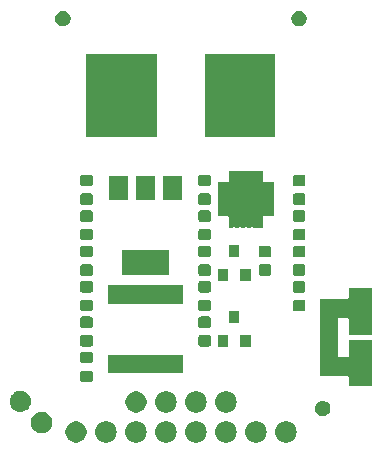
<source format=gts>
G04 #@! TF.GenerationSoftware,KiCad,Pcbnew,5.0.2+dfsg1-1*
G04 #@! TF.CreationDate,2020-07-05T13:54:42+02:00*
G04 #@! TF.ProjectId,edgedriver,65646765-6472-4697-9665-722e6b696361,rev?*
G04 #@! TF.SameCoordinates,Original*
G04 #@! TF.FileFunction,Soldermask,Top*
G04 #@! TF.FilePolarity,Negative*
%FSLAX46Y46*%
G04 Gerber Fmt 4.6, Leading zero omitted, Abs format (unit mm)*
G04 Created by KiCad (PCBNEW 5.0.2+dfsg1-1) date Sun Jul  5 13:54:42 2020*
%MOMM*%
%LPD*%
G01*
G04 APERTURE LIST*
%ADD10C,0.100000*%
G04 APERTURE END LIST*
D10*
G36*
X9000442Y894482D02*
X9066627Y887963D01*
X9179853Y853616D01*
X9236467Y836443D01*
X9375087Y762348D01*
X9392991Y752778D01*
X9428729Y723448D01*
X9530186Y640186D01*
X9613448Y538729D01*
X9642778Y502991D01*
X9642779Y502989D01*
X9726443Y346467D01*
X9726443Y346466D01*
X9777963Y176627D01*
X9795359Y0D01*
X9777963Y-176627D01*
X9751819Y-262812D01*
X9726443Y-346467D01*
X9683513Y-426782D01*
X9642778Y-502991D01*
X9613448Y-538729D01*
X9530186Y-640186D01*
X9457480Y-699853D01*
X9392991Y-752778D01*
X9392989Y-752779D01*
X9236467Y-836443D01*
X9179853Y-853616D01*
X9066627Y-887963D01*
X9000442Y-894482D01*
X8934260Y-901000D01*
X8845740Y-901000D01*
X8779558Y-894482D01*
X8713373Y-887963D01*
X8600147Y-853616D01*
X8543533Y-836443D01*
X8387011Y-752779D01*
X8387009Y-752778D01*
X8322520Y-699853D01*
X8249814Y-640186D01*
X8166552Y-538729D01*
X8137222Y-502991D01*
X8096487Y-426782D01*
X8053557Y-346467D01*
X8028181Y-262812D01*
X8002037Y-176627D01*
X7984641Y0D01*
X8002037Y176627D01*
X8053557Y346466D01*
X8053557Y346467D01*
X8137221Y502989D01*
X8137222Y502991D01*
X8166552Y538729D01*
X8249814Y640186D01*
X8351271Y723448D01*
X8387009Y752778D01*
X8404913Y762348D01*
X8543533Y836443D01*
X8600147Y853616D01*
X8713373Y887963D01*
X8779558Y894482D01*
X8845740Y901000D01*
X8934260Y901000D01*
X9000442Y894482D01*
X9000442Y894482D01*
G37*
G36*
X6460442Y894482D02*
X6526627Y887963D01*
X6639853Y853616D01*
X6696467Y836443D01*
X6835087Y762348D01*
X6852991Y752778D01*
X6888729Y723448D01*
X6990186Y640186D01*
X7073448Y538729D01*
X7102778Y502991D01*
X7102779Y502989D01*
X7186443Y346467D01*
X7186443Y346466D01*
X7237963Y176627D01*
X7255359Y0D01*
X7237963Y-176627D01*
X7211819Y-262812D01*
X7186443Y-346467D01*
X7143513Y-426782D01*
X7102778Y-502991D01*
X7073448Y-538729D01*
X6990186Y-640186D01*
X6917480Y-699853D01*
X6852991Y-752778D01*
X6852989Y-752779D01*
X6696467Y-836443D01*
X6639853Y-853616D01*
X6526627Y-887963D01*
X6460442Y-894482D01*
X6394260Y-901000D01*
X6305740Y-901000D01*
X6239558Y-894482D01*
X6173373Y-887963D01*
X6060147Y-853616D01*
X6003533Y-836443D01*
X5847011Y-752779D01*
X5847009Y-752778D01*
X5782520Y-699853D01*
X5709814Y-640186D01*
X5626552Y-538729D01*
X5597222Y-502991D01*
X5556487Y-426782D01*
X5513557Y-346467D01*
X5488181Y-262812D01*
X5462037Y-176627D01*
X5444641Y0D01*
X5462037Y176627D01*
X5513557Y346466D01*
X5513557Y346467D01*
X5597221Y502989D01*
X5597222Y502991D01*
X5626552Y538729D01*
X5709814Y640186D01*
X5811271Y723448D01*
X5847009Y752778D01*
X5864913Y762348D01*
X6003533Y836443D01*
X6060147Y853616D01*
X6173373Y887963D01*
X6239558Y894482D01*
X6305740Y901000D01*
X6394260Y901000D01*
X6460442Y894482D01*
X6460442Y894482D01*
G37*
G36*
X-8627188Y866376D02*
X-8463216Y798456D01*
X-8315646Y699853D01*
X-8190147Y574354D01*
X-8091544Y426784D01*
X-8023624Y262812D01*
X-7989000Y88741D01*
X-7989000Y-88741D01*
X-8023624Y-262812D01*
X-8091544Y-426784D01*
X-8190147Y-574354D01*
X-8315646Y-699853D01*
X-8463216Y-798456D01*
X-8627188Y-866376D01*
X-8801259Y-901000D01*
X-8978741Y-901000D01*
X-9152812Y-866376D01*
X-9316784Y-798456D01*
X-9464354Y-699853D01*
X-9589853Y-574354D01*
X-9688456Y-426784D01*
X-9756376Y-262812D01*
X-9791000Y-88741D01*
X-9791000Y88741D01*
X-9756376Y262812D01*
X-9688456Y426784D01*
X-9589853Y574354D01*
X-9464354Y699853D01*
X-9316784Y798456D01*
X-9152812Y866376D01*
X-8978741Y901000D01*
X-8801259Y901000D01*
X-8627188Y866376D01*
X-8627188Y866376D01*
G37*
G36*
X-6239558Y894482D02*
X-6173373Y887963D01*
X-6060147Y853616D01*
X-6003533Y836443D01*
X-5864913Y762348D01*
X-5847009Y752778D01*
X-5811271Y723448D01*
X-5709814Y640186D01*
X-5626552Y538729D01*
X-5597222Y502991D01*
X-5597221Y502989D01*
X-5513557Y346467D01*
X-5513557Y346466D01*
X-5462037Y176627D01*
X-5444641Y0D01*
X-5462037Y-176627D01*
X-5488181Y-262812D01*
X-5513557Y-346467D01*
X-5556487Y-426782D01*
X-5597222Y-502991D01*
X-5626552Y-538729D01*
X-5709814Y-640186D01*
X-5782520Y-699853D01*
X-5847009Y-752778D01*
X-5847011Y-752779D01*
X-6003533Y-836443D01*
X-6060147Y-853616D01*
X-6173373Y-887963D01*
X-6239558Y-894482D01*
X-6305740Y-901000D01*
X-6394260Y-901000D01*
X-6460442Y-894482D01*
X-6526627Y-887963D01*
X-6639853Y-853616D01*
X-6696467Y-836443D01*
X-6852989Y-752779D01*
X-6852991Y-752778D01*
X-6917480Y-699853D01*
X-6990186Y-640186D01*
X-7073448Y-538729D01*
X-7102778Y-502991D01*
X-7143513Y-426782D01*
X-7186443Y-346467D01*
X-7211819Y-262812D01*
X-7237963Y-176627D01*
X-7255359Y0D01*
X-7237963Y176627D01*
X-7186443Y346466D01*
X-7186443Y346467D01*
X-7102779Y502989D01*
X-7102778Y502991D01*
X-7073448Y538729D01*
X-6990186Y640186D01*
X-6888729Y723448D01*
X-6852991Y752778D01*
X-6835087Y762348D01*
X-6696467Y836443D01*
X-6639853Y853616D01*
X-6526627Y887963D01*
X-6460442Y894482D01*
X-6394260Y901000D01*
X-6305740Y901000D01*
X-6239558Y894482D01*
X-6239558Y894482D01*
G37*
G36*
X-3699558Y894482D02*
X-3633373Y887963D01*
X-3520147Y853616D01*
X-3463533Y836443D01*
X-3324913Y762348D01*
X-3307009Y752778D01*
X-3271271Y723448D01*
X-3169814Y640186D01*
X-3086552Y538729D01*
X-3057222Y502991D01*
X-3057221Y502989D01*
X-2973557Y346467D01*
X-2973557Y346466D01*
X-2922037Y176627D01*
X-2904641Y0D01*
X-2922037Y-176627D01*
X-2948181Y-262812D01*
X-2973557Y-346467D01*
X-3016487Y-426782D01*
X-3057222Y-502991D01*
X-3086552Y-538729D01*
X-3169814Y-640186D01*
X-3242520Y-699853D01*
X-3307009Y-752778D01*
X-3307011Y-752779D01*
X-3463533Y-836443D01*
X-3520147Y-853616D01*
X-3633373Y-887963D01*
X-3699558Y-894482D01*
X-3765740Y-901000D01*
X-3854260Y-901000D01*
X-3920442Y-894482D01*
X-3986627Y-887963D01*
X-4099853Y-853616D01*
X-4156467Y-836443D01*
X-4312989Y-752779D01*
X-4312991Y-752778D01*
X-4377480Y-699853D01*
X-4450186Y-640186D01*
X-4533448Y-538729D01*
X-4562778Y-502991D01*
X-4603513Y-426782D01*
X-4646443Y-346467D01*
X-4671819Y-262812D01*
X-4697963Y-176627D01*
X-4715359Y0D01*
X-4697963Y176627D01*
X-4646443Y346466D01*
X-4646443Y346467D01*
X-4562779Y502989D01*
X-4562778Y502991D01*
X-4533448Y538729D01*
X-4450186Y640186D01*
X-4348729Y723448D01*
X-4312991Y752778D01*
X-4295087Y762348D01*
X-4156467Y836443D01*
X-4099853Y853616D01*
X-3986627Y887963D01*
X-3920442Y894482D01*
X-3854260Y901000D01*
X-3765740Y901000D01*
X-3699558Y894482D01*
X-3699558Y894482D01*
G37*
G36*
X1380442Y894482D02*
X1446627Y887963D01*
X1559853Y853616D01*
X1616467Y836443D01*
X1755087Y762348D01*
X1772991Y752778D01*
X1808729Y723448D01*
X1910186Y640186D01*
X1993448Y538729D01*
X2022778Y502991D01*
X2022779Y502989D01*
X2106443Y346467D01*
X2106443Y346466D01*
X2157963Y176627D01*
X2175359Y0D01*
X2157963Y-176627D01*
X2131819Y-262812D01*
X2106443Y-346467D01*
X2063513Y-426782D01*
X2022778Y-502991D01*
X1993448Y-538729D01*
X1910186Y-640186D01*
X1837480Y-699853D01*
X1772991Y-752778D01*
X1772989Y-752779D01*
X1616467Y-836443D01*
X1559853Y-853616D01*
X1446627Y-887963D01*
X1380442Y-894482D01*
X1314260Y-901000D01*
X1225740Y-901000D01*
X1159558Y-894482D01*
X1093373Y-887963D01*
X980147Y-853616D01*
X923533Y-836443D01*
X767011Y-752779D01*
X767009Y-752778D01*
X702520Y-699853D01*
X629814Y-640186D01*
X546552Y-538729D01*
X517222Y-502991D01*
X476487Y-426782D01*
X433557Y-346467D01*
X408181Y-262812D01*
X382037Y-176627D01*
X364641Y0D01*
X382037Y176627D01*
X433557Y346466D01*
X433557Y346467D01*
X517221Y502989D01*
X517222Y502991D01*
X546552Y538729D01*
X629814Y640186D01*
X731271Y723448D01*
X767009Y752778D01*
X784913Y762348D01*
X923533Y836443D01*
X980147Y853616D01*
X1093373Y887963D01*
X1159558Y894482D01*
X1225740Y901000D01*
X1314260Y901000D01*
X1380442Y894482D01*
X1380442Y894482D01*
G37*
G36*
X3920442Y894482D02*
X3986627Y887963D01*
X4099853Y853616D01*
X4156467Y836443D01*
X4295087Y762348D01*
X4312991Y752778D01*
X4348729Y723448D01*
X4450186Y640186D01*
X4533448Y538729D01*
X4562778Y502991D01*
X4562779Y502989D01*
X4646443Y346467D01*
X4646443Y346466D01*
X4697963Y176627D01*
X4715359Y0D01*
X4697963Y-176627D01*
X4671819Y-262812D01*
X4646443Y-346467D01*
X4603513Y-426782D01*
X4562778Y-502991D01*
X4533448Y-538729D01*
X4450186Y-640186D01*
X4377480Y-699853D01*
X4312991Y-752778D01*
X4312989Y-752779D01*
X4156467Y-836443D01*
X4099853Y-853616D01*
X3986627Y-887963D01*
X3920442Y-894482D01*
X3854260Y-901000D01*
X3765740Y-901000D01*
X3699558Y-894482D01*
X3633373Y-887963D01*
X3520147Y-853616D01*
X3463533Y-836443D01*
X3307011Y-752779D01*
X3307009Y-752778D01*
X3242520Y-699853D01*
X3169814Y-640186D01*
X3086552Y-538729D01*
X3057222Y-502991D01*
X3016487Y-426782D01*
X2973557Y-346467D01*
X2948181Y-262812D01*
X2922037Y-176627D01*
X2904641Y0D01*
X2922037Y176627D01*
X2973557Y346466D01*
X2973557Y346467D01*
X3057221Y502989D01*
X3057222Y502991D01*
X3086552Y538729D01*
X3169814Y640186D01*
X3271271Y723448D01*
X3307009Y752778D01*
X3324913Y762348D01*
X3463533Y836443D01*
X3520147Y853616D01*
X3633373Y887963D01*
X3699558Y894482D01*
X3765740Y901000D01*
X3854260Y901000D01*
X3920442Y894482D01*
X3920442Y894482D01*
G37*
G36*
X-1159558Y894482D02*
X-1093373Y887963D01*
X-980147Y853616D01*
X-923533Y836443D01*
X-784913Y762348D01*
X-767009Y752778D01*
X-731271Y723448D01*
X-629814Y640186D01*
X-546552Y538729D01*
X-517222Y502991D01*
X-517221Y502989D01*
X-433557Y346467D01*
X-433557Y346466D01*
X-382037Y176627D01*
X-364641Y0D01*
X-382037Y-176627D01*
X-408181Y-262812D01*
X-433557Y-346467D01*
X-476487Y-426782D01*
X-517222Y-502991D01*
X-546552Y-538729D01*
X-629814Y-640186D01*
X-702520Y-699853D01*
X-767009Y-752778D01*
X-767011Y-752779D01*
X-923533Y-836443D01*
X-980147Y-853616D01*
X-1093373Y-887963D01*
X-1159558Y-894482D01*
X-1225740Y-901000D01*
X-1314260Y-901000D01*
X-1380442Y-894482D01*
X-1446627Y-887963D01*
X-1559853Y-853616D01*
X-1616467Y-836443D01*
X-1772989Y-752779D01*
X-1772991Y-752778D01*
X-1837480Y-699853D01*
X-1910186Y-640186D01*
X-1993448Y-538729D01*
X-2022778Y-502991D01*
X-2063513Y-426782D01*
X-2106443Y-346467D01*
X-2131819Y-262812D01*
X-2157963Y-176627D01*
X-2175359Y0D01*
X-2157963Y176627D01*
X-2106443Y346466D01*
X-2106443Y346467D01*
X-2022779Y502989D01*
X-2022778Y502991D01*
X-1993448Y538729D01*
X-1910186Y640186D01*
X-1808729Y723448D01*
X-1772991Y752778D01*
X-1755087Y762348D01*
X-1616467Y836443D01*
X-1559853Y853616D01*
X-1446627Y887963D01*
X-1380442Y894482D01*
X-1314260Y901000D01*
X-1225740Y901000D01*
X-1159558Y894482D01*
X-1159558Y894482D01*
G37*
G36*
X-11537188Y1666376D02*
X-11373216Y1598456D01*
X-11225646Y1499853D01*
X-11100147Y1374354D01*
X-11001544Y1226784D01*
X-10933624Y1062812D01*
X-10899000Y888741D01*
X-10899000Y711259D01*
X-10933624Y537188D01*
X-11001544Y373216D01*
X-11100147Y225646D01*
X-11225646Y100147D01*
X-11373216Y1544D01*
X-11537188Y-66376D01*
X-11711259Y-101000D01*
X-11888741Y-101000D01*
X-12062812Y-66376D01*
X-12226784Y1544D01*
X-12374354Y100147D01*
X-12499853Y225646D01*
X-12598456Y373216D01*
X-12666376Y537188D01*
X-12701000Y711259D01*
X-12701000Y888741D01*
X-12666376Y1062812D01*
X-12598456Y1226784D01*
X-12499853Y1374354D01*
X-12374354Y1499853D01*
X-12226784Y1598456D01*
X-12062812Y1666376D01*
X-11888741Y1701000D01*
X-11711259Y1701000D01*
X-11537188Y1666376D01*
X-11537188Y1666376D01*
G37*
G36*
X12147738Y2633347D02*
X12189598Y2625021D01*
X12224245Y2610670D01*
X12307890Y2576023D01*
X12414354Y2504886D01*
X12504886Y2414354D01*
X12576023Y2307890D01*
X12600173Y2249585D01*
X12623391Y2193534D01*
X12625021Y2189597D01*
X12650000Y2064021D01*
X12650000Y1935979D01*
X12625021Y1810403D01*
X12576023Y1692110D01*
X12504886Y1585646D01*
X12414354Y1495114D01*
X12307890Y1423977D01*
X12224245Y1389330D01*
X12189598Y1374979D01*
X12147738Y1366653D01*
X12064021Y1350000D01*
X11935979Y1350000D01*
X11852262Y1366653D01*
X11810402Y1374979D01*
X11775755Y1389330D01*
X11692110Y1423977D01*
X11585646Y1495114D01*
X11495114Y1585646D01*
X11423977Y1692110D01*
X11374979Y1810403D01*
X11350000Y1935979D01*
X11350000Y2064021D01*
X11374979Y2189597D01*
X11376610Y2193534D01*
X11399827Y2249585D01*
X11423977Y2307890D01*
X11495114Y2414354D01*
X11585646Y2504886D01*
X11692110Y2576023D01*
X11775755Y2610670D01*
X11810402Y2625021D01*
X11852262Y2633347D01*
X11935979Y2650000D01*
X12064021Y2650000D01*
X12147738Y2633347D01*
X12147738Y2633347D01*
G37*
G36*
X1380443Y3434481D02*
X1446627Y3427963D01*
X1559853Y3393616D01*
X1616467Y3376443D01*
X1755087Y3302348D01*
X1772991Y3292778D01*
X1808729Y3263448D01*
X1910186Y3180186D01*
X1993448Y3078729D01*
X2022778Y3042991D01*
X2022779Y3042989D01*
X2106443Y2886467D01*
X2106443Y2886466D01*
X2157963Y2716627D01*
X2175359Y2540000D01*
X2157963Y2363373D01*
X2141132Y2307890D01*
X2106443Y2193533D01*
X2104339Y2189597D01*
X2022778Y2037009D01*
X1993448Y2001271D01*
X1910186Y1899814D01*
X1837480Y1840147D01*
X1772991Y1787222D01*
X1772989Y1787221D01*
X1616467Y1703557D01*
X1559853Y1686384D01*
X1446627Y1652037D01*
X1380443Y1645519D01*
X1314260Y1639000D01*
X1225740Y1639000D01*
X1159557Y1645519D01*
X1093373Y1652037D01*
X980147Y1686384D01*
X923533Y1703557D01*
X767011Y1787221D01*
X767009Y1787222D01*
X702520Y1840147D01*
X629814Y1899814D01*
X546552Y2001271D01*
X517222Y2037009D01*
X435661Y2189597D01*
X433557Y2193533D01*
X398868Y2307890D01*
X382037Y2363373D01*
X364641Y2540000D01*
X382037Y2716627D01*
X433557Y2886466D01*
X433557Y2886467D01*
X517221Y3042989D01*
X517222Y3042991D01*
X546552Y3078729D01*
X629814Y3180186D01*
X731271Y3263448D01*
X767009Y3292778D01*
X784913Y3302348D01*
X923533Y3376443D01*
X980147Y3393616D01*
X1093373Y3427963D01*
X1159557Y3434481D01*
X1225740Y3441000D01*
X1314260Y3441000D01*
X1380443Y3434481D01*
X1380443Y3434481D01*
G37*
G36*
X-3547188Y3406376D02*
X-3383216Y3338456D01*
X-3235646Y3239853D01*
X-3110147Y3114354D01*
X-3011544Y2966784D01*
X-2943624Y2802812D01*
X-2909000Y2628741D01*
X-2909000Y2451259D01*
X-2943624Y2277188D01*
X-3011544Y2113216D01*
X-3110147Y1965646D01*
X-3235646Y1840147D01*
X-3383216Y1741544D01*
X-3547188Y1673624D01*
X-3721259Y1639000D01*
X-3898741Y1639000D01*
X-4072812Y1673624D01*
X-4236784Y1741544D01*
X-4384354Y1840147D01*
X-4509853Y1965646D01*
X-4608456Y2113216D01*
X-4676376Y2277188D01*
X-4711000Y2451259D01*
X-4711000Y2628741D01*
X-4676376Y2802812D01*
X-4608456Y2966784D01*
X-4509853Y3114354D01*
X-4384354Y3239853D01*
X-4236784Y3338456D01*
X-4072812Y3406376D01*
X-3898741Y3441000D01*
X-3721259Y3441000D01*
X-3547188Y3406376D01*
X-3547188Y3406376D01*
G37*
G36*
X-1159557Y3434481D02*
X-1093373Y3427963D01*
X-980147Y3393616D01*
X-923533Y3376443D01*
X-784913Y3302348D01*
X-767009Y3292778D01*
X-731271Y3263448D01*
X-629814Y3180186D01*
X-546552Y3078729D01*
X-517222Y3042991D01*
X-517221Y3042989D01*
X-433557Y2886467D01*
X-433557Y2886466D01*
X-382037Y2716627D01*
X-364641Y2540000D01*
X-382037Y2363373D01*
X-398868Y2307890D01*
X-433557Y2193533D01*
X-435661Y2189597D01*
X-517222Y2037009D01*
X-546552Y2001271D01*
X-629814Y1899814D01*
X-702520Y1840147D01*
X-767009Y1787222D01*
X-767011Y1787221D01*
X-923533Y1703557D01*
X-980147Y1686384D01*
X-1093373Y1652037D01*
X-1159557Y1645519D01*
X-1225740Y1639000D01*
X-1314260Y1639000D01*
X-1380443Y1645519D01*
X-1446627Y1652037D01*
X-1559853Y1686384D01*
X-1616467Y1703557D01*
X-1772989Y1787221D01*
X-1772991Y1787222D01*
X-1837480Y1840147D01*
X-1910186Y1899814D01*
X-1993448Y2001271D01*
X-2022778Y2037009D01*
X-2104339Y2189597D01*
X-2106443Y2193533D01*
X-2141132Y2307890D01*
X-2157963Y2363373D01*
X-2175359Y2540000D01*
X-2157963Y2716627D01*
X-2106443Y2886466D01*
X-2106443Y2886467D01*
X-2022779Y3042989D01*
X-2022778Y3042991D01*
X-1993448Y3078729D01*
X-1910186Y3180186D01*
X-1808729Y3263448D01*
X-1772991Y3292778D01*
X-1755087Y3302348D01*
X-1616467Y3376443D01*
X-1559853Y3393616D01*
X-1446627Y3427963D01*
X-1380443Y3434481D01*
X-1314260Y3441000D01*
X-1225740Y3441000D01*
X-1159557Y3434481D01*
X-1159557Y3434481D01*
G37*
G36*
X3920443Y3434481D02*
X3986627Y3427963D01*
X4099853Y3393616D01*
X4156467Y3376443D01*
X4295087Y3302348D01*
X4312991Y3292778D01*
X4348729Y3263448D01*
X4450186Y3180186D01*
X4533448Y3078729D01*
X4562778Y3042991D01*
X4562779Y3042989D01*
X4646443Y2886467D01*
X4646443Y2886466D01*
X4697963Y2716627D01*
X4715359Y2540000D01*
X4697963Y2363373D01*
X4681132Y2307890D01*
X4646443Y2193533D01*
X4644339Y2189597D01*
X4562778Y2037009D01*
X4533448Y2001271D01*
X4450186Y1899814D01*
X4377480Y1840147D01*
X4312991Y1787222D01*
X4312989Y1787221D01*
X4156467Y1703557D01*
X4099853Y1686384D01*
X3986627Y1652037D01*
X3920443Y1645519D01*
X3854260Y1639000D01*
X3765740Y1639000D01*
X3699557Y1645519D01*
X3633373Y1652037D01*
X3520147Y1686384D01*
X3463533Y1703557D01*
X3307011Y1787221D01*
X3307009Y1787222D01*
X3242520Y1840147D01*
X3169814Y1899814D01*
X3086552Y2001271D01*
X3057222Y2037009D01*
X2975661Y2189597D01*
X2973557Y2193533D01*
X2938868Y2307890D01*
X2922037Y2363373D01*
X2904641Y2540000D01*
X2922037Y2716627D01*
X2973557Y2886466D01*
X2973557Y2886467D01*
X3057221Y3042989D01*
X3057222Y3042991D01*
X3086552Y3078729D01*
X3169814Y3180186D01*
X3271271Y3263448D01*
X3307009Y3292778D01*
X3324913Y3302348D01*
X3463533Y3376443D01*
X3520147Y3393616D01*
X3633373Y3427963D01*
X3699557Y3434481D01*
X3765740Y3441000D01*
X3854260Y3441000D01*
X3920443Y3434481D01*
X3920443Y3434481D01*
G37*
G36*
X-13485608Y3490532D02*
X-13419424Y3484014D01*
X-13306198Y3449667D01*
X-13249584Y3432494D01*
X-13200720Y3406375D01*
X-13093060Y3348829D01*
X-13080421Y3338456D01*
X-12955865Y3236237D01*
X-12872603Y3134780D01*
X-12843273Y3099042D01*
X-12843272Y3099040D01*
X-12759608Y2942518D01*
X-12759608Y2942517D01*
X-12708088Y2772678D01*
X-12690692Y2596051D01*
X-12708088Y2419424D01*
X-12725091Y2363373D01*
X-12759608Y2249584D01*
X-12832498Y2113218D01*
X-12843273Y2093060D01*
X-12867105Y2064021D01*
X-12955865Y1955865D01*
X-13057322Y1872603D01*
X-13093060Y1843273D01*
X-13093062Y1843272D01*
X-13249584Y1759608D01*
X-13306198Y1742435D01*
X-13419424Y1708088D01*
X-13465429Y1703557D01*
X-13551791Y1695051D01*
X-13640311Y1695051D01*
X-13726673Y1703557D01*
X-13772678Y1708088D01*
X-13885904Y1742435D01*
X-13942518Y1759608D01*
X-14099040Y1843272D01*
X-14099042Y1843273D01*
X-14134780Y1872603D01*
X-14236237Y1955865D01*
X-14324997Y2064021D01*
X-14348829Y2093060D01*
X-14359604Y2113218D01*
X-14432494Y2249584D01*
X-14467011Y2363373D01*
X-14484014Y2419424D01*
X-14501410Y2596051D01*
X-14484014Y2772678D01*
X-14432494Y2942517D01*
X-14432494Y2942518D01*
X-14348830Y3099040D01*
X-14348829Y3099042D01*
X-14319499Y3134780D01*
X-14236237Y3236237D01*
X-14111681Y3338456D01*
X-14099042Y3348829D01*
X-13991382Y3406375D01*
X-13942518Y3432494D01*
X-13885904Y3449667D01*
X-13772678Y3484014D01*
X-13706494Y3490532D01*
X-13640311Y3497051D01*
X-13551791Y3497051D01*
X-13485608Y3490532D01*
X-13485608Y3490532D01*
G37*
G36*
X16201000Y8201500D02*
X14199000Y8201500D01*
X14199000Y9549000D01*
X14196598Y9573386D01*
X14189485Y9596835D01*
X14177934Y9618446D01*
X14162388Y9637388D01*
X14143446Y9652934D01*
X14121835Y9664485D01*
X14098386Y9671598D01*
X14074000Y9674000D01*
X13406000Y9674000D01*
X13381614Y9671598D01*
X13358165Y9664485D01*
X13336554Y9652934D01*
X13317612Y9637388D01*
X13302066Y9618446D01*
X13290515Y9596835D01*
X13283402Y9573386D01*
X13281000Y9549000D01*
X13281000Y6451000D01*
X13283402Y6426614D01*
X13290515Y6403165D01*
X13302066Y6381554D01*
X13317612Y6362612D01*
X13336554Y6347066D01*
X13358165Y6335515D01*
X13381614Y6328402D01*
X13406000Y6326000D01*
X14074000Y6326000D01*
X14098386Y6328402D01*
X14121835Y6335515D01*
X14143446Y6347066D01*
X14162388Y6362612D01*
X14177934Y6381554D01*
X14189485Y6403165D01*
X14196598Y6426614D01*
X14199000Y6451000D01*
X14199000Y7798500D01*
X16201000Y7798500D01*
X16201000Y3851500D01*
X14199000Y3851500D01*
X14199000Y4624000D01*
X14196598Y4648386D01*
X14189485Y4671835D01*
X14177934Y4693446D01*
X14162388Y4712388D01*
X14143446Y4727934D01*
X14121835Y4739485D01*
X14098386Y4746598D01*
X14074000Y4749000D01*
X11799000Y4749000D01*
X11799000Y11251000D01*
X14074000Y11251000D01*
X14098386Y11253402D01*
X14121835Y11260515D01*
X14143446Y11272066D01*
X14162388Y11287612D01*
X14177934Y11306554D01*
X14189485Y11328165D01*
X14196598Y11351614D01*
X14199000Y11376000D01*
X14199000Y12148500D01*
X16201000Y12148500D01*
X16201000Y8201500D01*
X16201000Y8201500D01*
G37*
G36*
X-7620409Y5196915D02*
X-7586431Y5186607D01*
X-7555113Y5169867D01*
X-7527661Y5147339D01*
X-7505133Y5119887D01*
X-7488393Y5088569D01*
X-7478085Y5054591D01*
X-7474000Y5013110D01*
X-7474000Y4411890D01*
X-7478085Y4370409D01*
X-7488393Y4336431D01*
X-7505133Y4305113D01*
X-7527661Y4277661D01*
X-7555113Y4255133D01*
X-7586431Y4238393D01*
X-7620409Y4228085D01*
X-7661890Y4224000D01*
X-8338110Y4224000D01*
X-8379591Y4228085D01*
X-8413569Y4238393D01*
X-8444887Y4255133D01*
X-8472339Y4277661D01*
X-8494867Y4305113D01*
X-8511607Y4336431D01*
X-8521915Y4370409D01*
X-8526000Y4411890D01*
X-8526000Y5013110D01*
X-8521915Y5054591D01*
X-8511607Y5088569D01*
X-8494867Y5119887D01*
X-8472339Y5147339D01*
X-8444887Y5169867D01*
X-8413569Y5186607D01*
X-8379591Y5196915D01*
X-8338110Y5201000D01*
X-7661890Y5201000D01*
X-7620409Y5196915D01*
X-7620409Y5196915D01*
G37*
G36*
X201000Y4974000D02*
X-6201000Y4974000D01*
X-6201000Y6526000D01*
X201000Y6526000D01*
X201000Y4974000D01*
X201000Y4974000D01*
G37*
G36*
X-7620409Y6771915D02*
X-7586431Y6761607D01*
X-7555113Y6744867D01*
X-7527661Y6722339D01*
X-7505133Y6694887D01*
X-7488393Y6663569D01*
X-7478085Y6629591D01*
X-7474000Y6588110D01*
X-7474000Y5986890D01*
X-7478085Y5945409D01*
X-7488393Y5911431D01*
X-7505133Y5880113D01*
X-7527661Y5852661D01*
X-7555113Y5830133D01*
X-7586431Y5813393D01*
X-7620409Y5803085D01*
X-7661890Y5799000D01*
X-8338110Y5799000D01*
X-8379591Y5803085D01*
X-8413569Y5813393D01*
X-8444887Y5830133D01*
X-8472339Y5852661D01*
X-8494867Y5880113D01*
X-8511607Y5911431D01*
X-8521915Y5945409D01*
X-8526000Y5986890D01*
X-8526000Y6588110D01*
X-8521915Y6629591D01*
X-8511607Y6663569D01*
X-8494867Y6694887D01*
X-8472339Y6722339D01*
X-8444887Y6744867D01*
X-8413569Y6761607D01*
X-8379591Y6771915D01*
X-8338110Y6776000D01*
X-7661890Y6776000D01*
X-7620409Y6771915D01*
X-7620409Y6771915D01*
G37*
G36*
X5901000Y7199000D02*
X4999000Y7199000D01*
X4999000Y8201000D01*
X5901000Y8201000D01*
X5901000Y7199000D01*
X5901000Y7199000D01*
G37*
G36*
X4001000Y7199000D02*
X3099000Y7199000D01*
X3099000Y8201000D01*
X4001000Y8201000D01*
X4001000Y7199000D01*
X4001000Y7199000D01*
G37*
G36*
X-7620409Y8196915D02*
X-7586431Y8186607D01*
X-7555113Y8169867D01*
X-7527661Y8147339D01*
X-7505133Y8119887D01*
X-7488393Y8088569D01*
X-7478085Y8054591D01*
X-7474000Y8013110D01*
X-7474000Y7411890D01*
X-7478085Y7370409D01*
X-7488393Y7336431D01*
X-7505133Y7305113D01*
X-7527661Y7277661D01*
X-7555113Y7255133D01*
X-7586431Y7238393D01*
X-7620409Y7228085D01*
X-7661890Y7224000D01*
X-8338110Y7224000D01*
X-8379591Y7228085D01*
X-8413569Y7238393D01*
X-8444887Y7255133D01*
X-8472339Y7277661D01*
X-8494867Y7305113D01*
X-8511607Y7336431D01*
X-8521915Y7370409D01*
X-8526000Y7411890D01*
X-8526000Y8013110D01*
X-8521915Y8054591D01*
X-8511607Y8088569D01*
X-8494867Y8119887D01*
X-8472339Y8147339D01*
X-8444887Y8169867D01*
X-8413569Y8186607D01*
X-8379591Y8196915D01*
X-8338110Y8201000D01*
X-7661890Y8201000D01*
X-7620409Y8196915D01*
X-7620409Y8196915D01*
G37*
G36*
X2379591Y8196915D02*
X2413569Y8186607D01*
X2444887Y8169867D01*
X2472339Y8147339D01*
X2494867Y8119887D01*
X2511607Y8088569D01*
X2521915Y8054591D01*
X2526000Y8013110D01*
X2526000Y7411890D01*
X2521915Y7370409D01*
X2511607Y7336431D01*
X2494867Y7305113D01*
X2472339Y7277661D01*
X2444887Y7255133D01*
X2413569Y7238393D01*
X2379591Y7228085D01*
X2338110Y7224000D01*
X1661890Y7224000D01*
X1620409Y7228085D01*
X1586431Y7238393D01*
X1555113Y7255133D01*
X1527661Y7277661D01*
X1505133Y7305113D01*
X1488393Y7336431D01*
X1478085Y7370409D01*
X1474000Y7411890D01*
X1474000Y8013110D01*
X1478085Y8054591D01*
X1488393Y8088569D01*
X1505133Y8119887D01*
X1527661Y8147339D01*
X1555113Y8169867D01*
X1586431Y8186607D01*
X1620409Y8196915D01*
X1661890Y8201000D01*
X2338110Y8201000D01*
X2379591Y8196915D01*
X2379591Y8196915D01*
G37*
G36*
X-7620409Y9771915D02*
X-7586431Y9761607D01*
X-7555113Y9744867D01*
X-7527661Y9722339D01*
X-7505133Y9694887D01*
X-7488393Y9663569D01*
X-7478085Y9629591D01*
X-7474000Y9588110D01*
X-7474000Y8986890D01*
X-7478085Y8945409D01*
X-7488393Y8911431D01*
X-7505133Y8880113D01*
X-7527661Y8852661D01*
X-7555113Y8830133D01*
X-7586431Y8813393D01*
X-7620409Y8803085D01*
X-7661890Y8799000D01*
X-8338110Y8799000D01*
X-8379591Y8803085D01*
X-8413569Y8813393D01*
X-8444887Y8830133D01*
X-8472339Y8852661D01*
X-8494867Y8880113D01*
X-8511607Y8911431D01*
X-8521915Y8945409D01*
X-8526000Y8986890D01*
X-8526000Y9588110D01*
X-8521915Y9629591D01*
X-8511607Y9663569D01*
X-8494867Y9694887D01*
X-8472339Y9722339D01*
X-8444887Y9744867D01*
X-8413569Y9761607D01*
X-8379591Y9771915D01*
X-8338110Y9776000D01*
X-7661890Y9776000D01*
X-7620409Y9771915D01*
X-7620409Y9771915D01*
G37*
G36*
X2379591Y9771915D02*
X2413569Y9761607D01*
X2444887Y9744867D01*
X2472339Y9722339D01*
X2494867Y9694887D01*
X2511607Y9663569D01*
X2521915Y9629591D01*
X2526000Y9588110D01*
X2526000Y8986890D01*
X2521915Y8945409D01*
X2511607Y8911431D01*
X2494867Y8880113D01*
X2472339Y8852661D01*
X2444887Y8830133D01*
X2413569Y8813393D01*
X2379591Y8803085D01*
X2338110Y8799000D01*
X1661890Y8799000D01*
X1620409Y8803085D01*
X1586431Y8813393D01*
X1555113Y8830133D01*
X1527661Y8852661D01*
X1505133Y8880113D01*
X1488393Y8911431D01*
X1478085Y8945409D01*
X1474000Y8986890D01*
X1474000Y9588110D01*
X1478085Y9629591D01*
X1488393Y9663569D01*
X1505133Y9694887D01*
X1527661Y9722339D01*
X1555113Y9744867D01*
X1586431Y9761607D01*
X1620409Y9771915D01*
X1661890Y9776000D01*
X2338110Y9776000D01*
X2379591Y9771915D01*
X2379591Y9771915D01*
G37*
G36*
X4951000Y9199000D02*
X4049000Y9199000D01*
X4049000Y10201000D01*
X4951000Y10201000D01*
X4951000Y9199000D01*
X4951000Y9199000D01*
G37*
G36*
X-7620409Y11196915D02*
X-7586431Y11186607D01*
X-7555113Y11169867D01*
X-7527661Y11147339D01*
X-7505133Y11119887D01*
X-7488393Y11088569D01*
X-7478085Y11054591D01*
X-7474000Y11013110D01*
X-7474000Y10411890D01*
X-7478085Y10370409D01*
X-7488393Y10336431D01*
X-7505133Y10305113D01*
X-7527661Y10277661D01*
X-7555113Y10255133D01*
X-7586431Y10238393D01*
X-7620409Y10228085D01*
X-7661890Y10224000D01*
X-8338110Y10224000D01*
X-8379591Y10228085D01*
X-8413569Y10238393D01*
X-8444887Y10255133D01*
X-8472339Y10277661D01*
X-8494867Y10305113D01*
X-8511607Y10336431D01*
X-8521915Y10370409D01*
X-8526000Y10411890D01*
X-8526000Y11013110D01*
X-8521915Y11054591D01*
X-8511607Y11088569D01*
X-8494867Y11119887D01*
X-8472339Y11147339D01*
X-8444887Y11169867D01*
X-8413569Y11186607D01*
X-8379591Y11196915D01*
X-8338110Y11201000D01*
X-7661890Y11201000D01*
X-7620409Y11196915D01*
X-7620409Y11196915D01*
G37*
G36*
X2379591Y11196915D02*
X2413569Y11186607D01*
X2444887Y11169867D01*
X2472339Y11147339D01*
X2494867Y11119887D01*
X2511607Y11088569D01*
X2521915Y11054591D01*
X2526000Y11013110D01*
X2526000Y10411890D01*
X2521915Y10370409D01*
X2511607Y10336431D01*
X2494867Y10305113D01*
X2472339Y10277661D01*
X2444887Y10255133D01*
X2413569Y10238393D01*
X2379591Y10228085D01*
X2338110Y10224000D01*
X1661890Y10224000D01*
X1620409Y10228085D01*
X1586431Y10238393D01*
X1555113Y10255133D01*
X1527661Y10277661D01*
X1505133Y10305113D01*
X1488393Y10336431D01*
X1478085Y10370409D01*
X1474000Y10411890D01*
X1474000Y11013110D01*
X1478085Y11054591D01*
X1488393Y11088569D01*
X1505133Y11119887D01*
X1527661Y11147339D01*
X1555113Y11169867D01*
X1586431Y11186607D01*
X1620409Y11196915D01*
X1661890Y11201000D01*
X2338110Y11201000D01*
X2379591Y11196915D01*
X2379591Y11196915D01*
G37*
G36*
X10379591Y11196915D02*
X10413569Y11186607D01*
X10444887Y11169867D01*
X10472339Y11147339D01*
X10494867Y11119887D01*
X10511607Y11088569D01*
X10521915Y11054591D01*
X10526000Y11013110D01*
X10526000Y10411890D01*
X10521915Y10370409D01*
X10511607Y10336431D01*
X10494867Y10305113D01*
X10472339Y10277661D01*
X10444887Y10255133D01*
X10413569Y10238393D01*
X10379591Y10228085D01*
X10338110Y10224000D01*
X9661890Y10224000D01*
X9620409Y10228085D01*
X9586431Y10238393D01*
X9555113Y10255133D01*
X9527661Y10277661D01*
X9505133Y10305113D01*
X9488393Y10336431D01*
X9478085Y10370409D01*
X9474000Y10411890D01*
X9474000Y11013110D01*
X9478085Y11054591D01*
X9488393Y11088569D01*
X9505133Y11119887D01*
X9527661Y11147339D01*
X9555113Y11169867D01*
X9586431Y11186607D01*
X9620409Y11196915D01*
X9661890Y11201000D01*
X10338110Y11201000D01*
X10379591Y11196915D01*
X10379591Y11196915D01*
G37*
G36*
X201000Y10874000D02*
X-6201000Y10874000D01*
X-6201000Y12426000D01*
X201000Y12426000D01*
X201000Y10874000D01*
X201000Y10874000D01*
G37*
G36*
X10379591Y12771915D02*
X10413569Y12761607D01*
X10444887Y12744867D01*
X10472339Y12722339D01*
X10494867Y12694887D01*
X10511607Y12663569D01*
X10521915Y12629591D01*
X10526000Y12588110D01*
X10526000Y11986890D01*
X10521915Y11945409D01*
X10511607Y11911431D01*
X10494867Y11880113D01*
X10472339Y11852661D01*
X10444887Y11830133D01*
X10413569Y11813393D01*
X10379591Y11803085D01*
X10338110Y11799000D01*
X9661890Y11799000D01*
X9620409Y11803085D01*
X9586431Y11813393D01*
X9555113Y11830133D01*
X9527661Y11852661D01*
X9505133Y11880113D01*
X9488393Y11911431D01*
X9478085Y11945409D01*
X9474000Y11986890D01*
X9474000Y12588110D01*
X9478085Y12629591D01*
X9488393Y12663569D01*
X9505133Y12694887D01*
X9527661Y12722339D01*
X9555113Y12744867D01*
X9586431Y12761607D01*
X9620409Y12771915D01*
X9661890Y12776000D01*
X10338110Y12776000D01*
X10379591Y12771915D01*
X10379591Y12771915D01*
G37*
G36*
X2379591Y12771915D02*
X2413569Y12761607D01*
X2444887Y12744867D01*
X2472339Y12722339D01*
X2494867Y12694887D01*
X2511607Y12663569D01*
X2521915Y12629591D01*
X2526000Y12588110D01*
X2526000Y11986890D01*
X2521915Y11945409D01*
X2511607Y11911431D01*
X2494867Y11880113D01*
X2472339Y11852661D01*
X2444887Y11830133D01*
X2413569Y11813393D01*
X2379591Y11803085D01*
X2338110Y11799000D01*
X1661890Y11799000D01*
X1620409Y11803085D01*
X1586431Y11813393D01*
X1555113Y11830133D01*
X1527661Y11852661D01*
X1505133Y11880113D01*
X1488393Y11911431D01*
X1478085Y11945409D01*
X1474000Y11986890D01*
X1474000Y12588110D01*
X1478085Y12629591D01*
X1488393Y12663569D01*
X1505133Y12694887D01*
X1527661Y12722339D01*
X1555113Y12744867D01*
X1586431Y12761607D01*
X1620409Y12771915D01*
X1661890Y12776000D01*
X2338110Y12776000D01*
X2379591Y12771915D01*
X2379591Y12771915D01*
G37*
G36*
X-7620409Y12771915D02*
X-7586431Y12761607D01*
X-7555113Y12744867D01*
X-7527661Y12722339D01*
X-7505133Y12694887D01*
X-7488393Y12663569D01*
X-7478085Y12629591D01*
X-7474000Y12588110D01*
X-7474000Y11986890D01*
X-7478085Y11945409D01*
X-7488393Y11911431D01*
X-7505133Y11880113D01*
X-7527661Y11852661D01*
X-7555113Y11830133D01*
X-7586431Y11813393D01*
X-7620409Y11803085D01*
X-7661890Y11799000D01*
X-8338110Y11799000D01*
X-8379591Y11803085D01*
X-8413569Y11813393D01*
X-8444887Y11830133D01*
X-8472339Y11852661D01*
X-8494867Y11880113D01*
X-8511607Y11911431D01*
X-8521915Y11945409D01*
X-8526000Y11986890D01*
X-8526000Y12588110D01*
X-8521915Y12629591D01*
X-8511607Y12663569D01*
X-8494867Y12694887D01*
X-8472339Y12722339D01*
X-8444887Y12744867D01*
X-8413569Y12761607D01*
X-8379591Y12771915D01*
X-8338110Y12776000D01*
X-7661890Y12776000D01*
X-7620409Y12771915D01*
X-7620409Y12771915D01*
G37*
G36*
X5901000Y12799000D02*
X4999000Y12799000D01*
X4999000Y13801000D01*
X5901000Y13801000D01*
X5901000Y12799000D01*
X5901000Y12799000D01*
G37*
G36*
X4001000Y12799000D02*
X3099000Y12799000D01*
X3099000Y13801000D01*
X4001000Y13801000D01*
X4001000Y12799000D01*
X4001000Y12799000D01*
G37*
G36*
X-7620409Y14196915D02*
X-7586431Y14186607D01*
X-7555113Y14169867D01*
X-7527661Y14147339D01*
X-7505133Y14119887D01*
X-7488393Y14088569D01*
X-7478085Y14054591D01*
X-7474000Y14013110D01*
X-7474000Y13411890D01*
X-7478085Y13370409D01*
X-7488393Y13336431D01*
X-7505133Y13305113D01*
X-7527661Y13277661D01*
X-7555113Y13255133D01*
X-7586431Y13238393D01*
X-7620409Y13228085D01*
X-7661890Y13224000D01*
X-8338110Y13224000D01*
X-8379591Y13228085D01*
X-8413569Y13238393D01*
X-8444887Y13255133D01*
X-8472339Y13277661D01*
X-8494867Y13305113D01*
X-8511607Y13336431D01*
X-8521915Y13370409D01*
X-8526000Y13411890D01*
X-8526000Y14013110D01*
X-8521915Y14054591D01*
X-8511607Y14088569D01*
X-8494867Y14119887D01*
X-8472339Y14147339D01*
X-8444887Y14169867D01*
X-8413569Y14186607D01*
X-8379591Y14196915D01*
X-8338110Y14201000D01*
X-7661890Y14201000D01*
X-7620409Y14196915D01*
X-7620409Y14196915D01*
G37*
G36*
X7479591Y14196915D02*
X7513569Y14186607D01*
X7544887Y14169867D01*
X7572339Y14147339D01*
X7594867Y14119887D01*
X7611607Y14088569D01*
X7621915Y14054591D01*
X7626000Y14013110D01*
X7626000Y13411890D01*
X7621915Y13370409D01*
X7611607Y13336431D01*
X7594867Y13305113D01*
X7572339Y13277661D01*
X7544887Y13255133D01*
X7513569Y13238393D01*
X7479591Y13228085D01*
X7438110Y13224000D01*
X6761890Y13224000D01*
X6720409Y13228085D01*
X6686431Y13238393D01*
X6655113Y13255133D01*
X6627661Y13277661D01*
X6605133Y13305113D01*
X6588393Y13336431D01*
X6578085Y13370409D01*
X6574000Y13411890D01*
X6574000Y14013110D01*
X6578085Y14054591D01*
X6588393Y14088569D01*
X6605133Y14119887D01*
X6627661Y14147339D01*
X6655113Y14169867D01*
X6686431Y14186607D01*
X6720409Y14196915D01*
X6761890Y14201000D01*
X7438110Y14201000D01*
X7479591Y14196915D01*
X7479591Y14196915D01*
G37*
G36*
X10379591Y14196915D02*
X10413569Y14186607D01*
X10444887Y14169867D01*
X10472339Y14147339D01*
X10494867Y14119887D01*
X10511607Y14088569D01*
X10521915Y14054591D01*
X10526000Y14013110D01*
X10526000Y13411890D01*
X10521915Y13370409D01*
X10511607Y13336431D01*
X10494867Y13305113D01*
X10472339Y13277661D01*
X10444887Y13255133D01*
X10413569Y13238393D01*
X10379591Y13228085D01*
X10338110Y13224000D01*
X9661890Y13224000D01*
X9620409Y13228085D01*
X9586431Y13238393D01*
X9555113Y13255133D01*
X9527661Y13277661D01*
X9505133Y13305113D01*
X9488393Y13336431D01*
X9478085Y13370409D01*
X9474000Y13411890D01*
X9474000Y14013110D01*
X9478085Y14054591D01*
X9488393Y14088569D01*
X9505133Y14119887D01*
X9527661Y14147339D01*
X9555113Y14169867D01*
X9586431Y14186607D01*
X9620409Y14196915D01*
X9661890Y14201000D01*
X10338110Y14201000D01*
X10379591Y14196915D01*
X10379591Y14196915D01*
G37*
G36*
X2379591Y14196915D02*
X2413569Y14186607D01*
X2444887Y14169867D01*
X2472339Y14147339D01*
X2494867Y14119887D01*
X2511607Y14088569D01*
X2521915Y14054591D01*
X2526000Y14013110D01*
X2526000Y13411890D01*
X2521915Y13370409D01*
X2511607Y13336431D01*
X2494867Y13305113D01*
X2472339Y13277661D01*
X2444887Y13255133D01*
X2413569Y13238393D01*
X2379591Y13228085D01*
X2338110Y13224000D01*
X1661890Y13224000D01*
X1620409Y13228085D01*
X1586431Y13238393D01*
X1555113Y13255133D01*
X1527661Y13277661D01*
X1505133Y13305113D01*
X1488393Y13336431D01*
X1478085Y13370409D01*
X1474000Y13411890D01*
X1474000Y14013110D01*
X1478085Y14054591D01*
X1488393Y14088569D01*
X1505133Y14119887D01*
X1527661Y14147339D01*
X1555113Y14169867D01*
X1586431Y14186607D01*
X1620409Y14196915D01*
X1661890Y14201000D01*
X2338110Y14201000D01*
X2379591Y14196915D01*
X2379591Y14196915D01*
G37*
G36*
X-1049000Y13299000D02*
X-4951000Y13299000D01*
X-4951000Y15401000D01*
X-1049000Y15401000D01*
X-1049000Y13299000D01*
X-1049000Y13299000D01*
G37*
G36*
X2379591Y15771915D02*
X2413569Y15761607D01*
X2444887Y15744867D01*
X2472339Y15722339D01*
X2494867Y15694887D01*
X2511607Y15663569D01*
X2521915Y15629591D01*
X2526000Y15588110D01*
X2526000Y14986890D01*
X2521915Y14945409D01*
X2511607Y14911431D01*
X2494867Y14880113D01*
X2472339Y14852661D01*
X2444887Y14830133D01*
X2413569Y14813393D01*
X2379591Y14803085D01*
X2338110Y14799000D01*
X1661890Y14799000D01*
X1620409Y14803085D01*
X1586431Y14813393D01*
X1555113Y14830133D01*
X1527661Y14852661D01*
X1505133Y14880113D01*
X1488393Y14911431D01*
X1478085Y14945409D01*
X1474000Y14986890D01*
X1474000Y15588110D01*
X1478085Y15629591D01*
X1488393Y15663569D01*
X1505133Y15694887D01*
X1527661Y15722339D01*
X1555113Y15744867D01*
X1586431Y15761607D01*
X1620409Y15771915D01*
X1661890Y15776000D01*
X2338110Y15776000D01*
X2379591Y15771915D01*
X2379591Y15771915D01*
G37*
G36*
X-7620409Y15771915D02*
X-7586431Y15761607D01*
X-7555113Y15744867D01*
X-7527661Y15722339D01*
X-7505133Y15694887D01*
X-7488393Y15663569D01*
X-7478085Y15629591D01*
X-7474000Y15588110D01*
X-7474000Y14986890D01*
X-7478085Y14945409D01*
X-7488393Y14911431D01*
X-7505133Y14880113D01*
X-7527661Y14852661D01*
X-7555113Y14830133D01*
X-7586431Y14813393D01*
X-7620409Y14803085D01*
X-7661890Y14799000D01*
X-8338110Y14799000D01*
X-8379591Y14803085D01*
X-8413569Y14813393D01*
X-8444887Y14830133D01*
X-8472339Y14852661D01*
X-8494867Y14880113D01*
X-8511607Y14911431D01*
X-8521915Y14945409D01*
X-8526000Y14986890D01*
X-8526000Y15588110D01*
X-8521915Y15629591D01*
X-8511607Y15663569D01*
X-8494867Y15694887D01*
X-8472339Y15722339D01*
X-8444887Y15744867D01*
X-8413569Y15761607D01*
X-8379591Y15771915D01*
X-8338110Y15776000D01*
X-7661890Y15776000D01*
X-7620409Y15771915D01*
X-7620409Y15771915D01*
G37*
G36*
X4951000Y14799000D02*
X4049000Y14799000D01*
X4049000Y15801000D01*
X4951000Y15801000D01*
X4951000Y14799000D01*
X4951000Y14799000D01*
G37*
G36*
X7479591Y15771915D02*
X7513569Y15761607D01*
X7544887Y15744867D01*
X7572339Y15722339D01*
X7594867Y15694887D01*
X7611607Y15663569D01*
X7621915Y15629591D01*
X7626000Y15588110D01*
X7626000Y14986890D01*
X7621915Y14945409D01*
X7611607Y14911431D01*
X7594867Y14880113D01*
X7572339Y14852661D01*
X7544887Y14830133D01*
X7513569Y14813393D01*
X7479591Y14803085D01*
X7438110Y14799000D01*
X6761890Y14799000D01*
X6720409Y14803085D01*
X6686431Y14813393D01*
X6655113Y14830133D01*
X6627661Y14852661D01*
X6605133Y14880113D01*
X6588393Y14911431D01*
X6578085Y14945409D01*
X6574000Y14986890D01*
X6574000Y15588110D01*
X6578085Y15629591D01*
X6588393Y15663569D01*
X6605133Y15694887D01*
X6627661Y15722339D01*
X6655113Y15744867D01*
X6686431Y15761607D01*
X6720409Y15771915D01*
X6761890Y15776000D01*
X7438110Y15776000D01*
X7479591Y15771915D01*
X7479591Y15771915D01*
G37*
G36*
X10379591Y15771915D02*
X10413569Y15761607D01*
X10444887Y15744867D01*
X10472339Y15722339D01*
X10494867Y15694887D01*
X10511607Y15663569D01*
X10521915Y15629591D01*
X10526000Y15588110D01*
X10526000Y14986890D01*
X10521915Y14945409D01*
X10511607Y14911431D01*
X10494867Y14880113D01*
X10472339Y14852661D01*
X10444887Y14830133D01*
X10413569Y14813393D01*
X10379591Y14803085D01*
X10338110Y14799000D01*
X9661890Y14799000D01*
X9620409Y14803085D01*
X9586431Y14813393D01*
X9555113Y14830133D01*
X9527661Y14852661D01*
X9505133Y14880113D01*
X9488393Y14911431D01*
X9478085Y14945409D01*
X9474000Y14986890D01*
X9474000Y15588110D01*
X9478085Y15629591D01*
X9488393Y15663569D01*
X9505133Y15694887D01*
X9527661Y15722339D01*
X9555113Y15744867D01*
X9586431Y15761607D01*
X9620409Y15771915D01*
X9661890Y15776000D01*
X10338110Y15776000D01*
X10379591Y15771915D01*
X10379591Y15771915D01*
G37*
G36*
X-7620409Y17196915D02*
X-7586431Y17186607D01*
X-7555113Y17169867D01*
X-7527661Y17147339D01*
X-7505133Y17119887D01*
X-7488393Y17088569D01*
X-7478085Y17054591D01*
X-7474000Y17013110D01*
X-7474000Y16411890D01*
X-7478085Y16370409D01*
X-7488393Y16336431D01*
X-7505133Y16305113D01*
X-7527661Y16277661D01*
X-7555113Y16255133D01*
X-7586431Y16238393D01*
X-7620409Y16228085D01*
X-7661890Y16224000D01*
X-8338110Y16224000D01*
X-8379591Y16228085D01*
X-8413569Y16238393D01*
X-8444887Y16255133D01*
X-8472339Y16277661D01*
X-8494867Y16305113D01*
X-8511607Y16336431D01*
X-8521915Y16370409D01*
X-8526000Y16411890D01*
X-8526000Y17013110D01*
X-8521915Y17054591D01*
X-8511607Y17088569D01*
X-8494867Y17119887D01*
X-8472339Y17147339D01*
X-8444887Y17169867D01*
X-8413569Y17186607D01*
X-8379591Y17196915D01*
X-8338110Y17201000D01*
X-7661890Y17201000D01*
X-7620409Y17196915D01*
X-7620409Y17196915D01*
G37*
G36*
X2379591Y17196915D02*
X2413569Y17186607D01*
X2444887Y17169867D01*
X2472339Y17147339D01*
X2494867Y17119887D01*
X2511607Y17088569D01*
X2521915Y17054591D01*
X2526000Y17013110D01*
X2526000Y16411890D01*
X2521915Y16370409D01*
X2511607Y16336431D01*
X2494867Y16305113D01*
X2472339Y16277661D01*
X2444887Y16255133D01*
X2413569Y16238393D01*
X2379591Y16228085D01*
X2338110Y16224000D01*
X1661890Y16224000D01*
X1620409Y16228085D01*
X1586431Y16238393D01*
X1555113Y16255133D01*
X1527661Y16277661D01*
X1505133Y16305113D01*
X1488393Y16336431D01*
X1478085Y16370409D01*
X1474000Y16411890D01*
X1474000Y17013110D01*
X1478085Y17054591D01*
X1488393Y17088569D01*
X1505133Y17119887D01*
X1527661Y17147339D01*
X1555113Y17169867D01*
X1586431Y17186607D01*
X1620409Y17196915D01*
X1661890Y17201000D01*
X2338110Y17201000D01*
X2379591Y17196915D01*
X2379591Y17196915D01*
G37*
G36*
X10379591Y17196915D02*
X10413569Y17186607D01*
X10444887Y17169867D01*
X10472339Y17147339D01*
X10494867Y17119887D01*
X10511607Y17088569D01*
X10521915Y17054591D01*
X10526000Y17013110D01*
X10526000Y16411890D01*
X10521915Y16370409D01*
X10511607Y16336431D01*
X10494867Y16305113D01*
X10472339Y16277661D01*
X10444887Y16255133D01*
X10413569Y16238393D01*
X10379591Y16228085D01*
X10338110Y16224000D01*
X9661890Y16224000D01*
X9620409Y16228085D01*
X9586431Y16238393D01*
X9555113Y16255133D01*
X9527661Y16277661D01*
X9505133Y16305113D01*
X9488393Y16336431D01*
X9478085Y16370409D01*
X9474000Y16411890D01*
X9474000Y17013110D01*
X9478085Y17054591D01*
X9488393Y17088569D01*
X9505133Y17119887D01*
X9527661Y17147339D01*
X9555113Y17169867D01*
X9586431Y17186607D01*
X9620409Y17196915D01*
X9661890Y17201000D01*
X10338110Y17201000D01*
X10379591Y17196915D01*
X10379591Y17196915D01*
G37*
G36*
X4405357Y22099917D02*
X4410028Y22098500D01*
X4414330Y22096200D01*
X4420705Y22090969D01*
X4441080Y22077356D01*
X4463719Y22067980D01*
X4487753Y22063200D01*
X4512257Y22063201D01*
X4536291Y22067983D01*
X4558929Y22077361D01*
X4579295Y22090969D01*
X4585670Y22096200D01*
X4589972Y22098500D01*
X4594643Y22099917D01*
X4605641Y22101000D01*
X4894359Y22101000D01*
X4905357Y22099917D01*
X4910028Y22098500D01*
X4914330Y22096200D01*
X4920705Y22090969D01*
X4941080Y22077356D01*
X4963719Y22067980D01*
X4987753Y22063200D01*
X5012257Y22063201D01*
X5036291Y22067983D01*
X5058929Y22077361D01*
X5079295Y22090969D01*
X5085670Y22096200D01*
X5089972Y22098500D01*
X5094643Y22099917D01*
X5105641Y22101000D01*
X5394359Y22101000D01*
X5405357Y22099917D01*
X5410028Y22098500D01*
X5414330Y22096200D01*
X5420705Y22090969D01*
X5441080Y22077356D01*
X5463719Y22067980D01*
X5487753Y22063200D01*
X5512257Y22063201D01*
X5536291Y22067983D01*
X5558929Y22077361D01*
X5579295Y22090969D01*
X5585670Y22096200D01*
X5589972Y22098500D01*
X5594643Y22099917D01*
X5605641Y22101000D01*
X5894359Y22101000D01*
X5905357Y22099917D01*
X5910028Y22098500D01*
X5914330Y22096200D01*
X5920705Y22090969D01*
X5941080Y22077356D01*
X5963719Y22067980D01*
X5987753Y22063200D01*
X6012257Y22063201D01*
X6036291Y22067983D01*
X6058929Y22077361D01*
X6079295Y22090969D01*
X6085670Y22096200D01*
X6089972Y22098500D01*
X6094643Y22099917D01*
X6105641Y22101000D01*
X6394359Y22101000D01*
X6405357Y22099917D01*
X6410028Y22098500D01*
X6414330Y22096200D01*
X6420705Y22090969D01*
X6441080Y22077356D01*
X6463719Y22067980D01*
X6487753Y22063200D01*
X6512257Y22063201D01*
X6536291Y22067983D01*
X6558929Y22077361D01*
X6579295Y22090969D01*
X6585670Y22096200D01*
X6589972Y22098500D01*
X6594643Y22099917D01*
X6605641Y22101000D01*
X6894359Y22101000D01*
X6905357Y22099917D01*
X6910028Y22098500D01*
X6914330Y22096200D01*
X6918104Y22093104D01*
X6921200Y22089330D01*
X6923500Y22085028D01*
X6924917Y22080357D01*
X6926000Y22069359D01*
X6926000Y21251000D01*
X6928402Y21226614D01*
X6935515Y21203165D01*
X6947066Y21181554D01*
X6962612Y21162612D01*
X6981554Y21147066D01*
X7003165Y21135515D01*
X7026614Y21128402D01*
X7051000Y21126000D01*
X7869359Y21126000D01*
X7880357Y21124917D01*
X7885028Y21123500D01*
X7889330Y21121200D01*
X7893104Y21118104D01*
X7896200Y21114330D01*
X7898500Y21110028D01*
X7899917Y21105357D01*
X7901000Y21094359D01*
X7901000Y20805641D01*
X7899917Y20794643D01*
X7898500Y20789972D01*
X7896200Y20785670D01*
X7890969Y20779295D01*
X7877356Y20758920D01*
X7867980Y20736281D01*
X7863200Y20712247D01*
X7863201Y20687743D01*
X7867983Y20663709D01*
X7877361Y20641071D01*
X7890969Y20620705D01*
X7896200Y20614330D01*
X7898500Y20610028D01*
X7899917Y20605357D01*
X7901000Y20594359D01*
X7901000Y20305641D01*
X7899917Y20294643D01*
X7898500Y20289972D01*
X7896200Y20285670D01*
X7890969Y20279295D01*
X7877356Y20258920D01*
X7867980Y20236281D01*
X7863200Y20212247D01*
X7863201Y20187743D01*
X7867983Y20163709D01*
X7877361Y20141071D01*
X7890969Y20120705D01*
X7896200Y20114330D01*
X7898500Y20110028D01*
X7899917Y20105357D01*
X7901000Y20094359D01*
X7901000Y19805641D01*
X7899917Y19794643D01*
X7898500Y19789972D01*
X7896200Y19785670D01*
X7890969Y19779295D01*
X7877356Y19758920D01*
X7867980Y19736281D01*
X7863200Y19712247D01*
X7863201Y19687743D01*
X7867983Y19663709D01*
X7877361Y19641071D01*
X7890969Y19620705D01*
X7896200Y19614330D01*
X7898500Y19610028D01*
X7899917Y19605357D01*
X7901000Y19594359D01*
X7901000Y19305641D01*
X7899917Y19294643D01*
X7898500Y19289972D01*
X7896200Y19285670D01*
X7890969Y19279295D01*
X7877356Y19258920D01*
X7867980Y19236281D01*
X7863200Y19212247D01*
X7863201Y19187743D01*
X7867983Y19163709D01*
X7877361Y19141071D01*
X7890969Y19120705D01*
X7896200Y19114330D01*
X7898500Y19110028D01*
X7899917Y19105357D01*
X7901000Y19094359D01*
X7901000Y18805641D01*
X7899917Y18794643D01*
X7898500Y18789972D01*
X7896200Y18785670D01*
X7890969Y18779295D01*
X7877356Y18758920D01*
X7867980Y18736281D01*
X7863200Y18712247D01*
X7863201Y18687743D01*
X7867983Y18663709D01*
X7877361Y18641071D01*
X7890969Y18620705D01*
X7896200Y18614330D01*
X7898500Y18610028D01*
X7899917Y18605357D01*
X7901000Y18594359D01*
X7901000Y18305641D01*
X7899917Y18294643D01*
X7898500Y18289972D01*
X7896200Y18285670D01*
X7893104Y18281896D01*
X7889330Y18278800D01*
X7885028Y18276500D01*
X7880357Y18275083D01*
X7869359Y18274000D01*
X7051000Y18274000D01*
X7026614Y18271598D01*
X7003165Y18264485D01*
X6981554Y18252934D01*
X6962612Y18237388D01*
X6947066Y18218446D01*
X6935515Y18196835D01*
X6928402Y18173386D01*
X6926000Y18149000D01*
X6926000Y17330641D01*
X6924917Y17319643D01*
X6923500Y17314972D01*
X6921200Y17310670D01*
X6918104Y17306896D01*
X6914330Y17303800D01*
X6910028Y17301500D01*
X6905357Y17300083D01*
X6894359Y17299000D01*
X6605641Y17299000D01*
X6594643Y17300083D01*
X6589972Y17301500D01*
X6585670Y17303800D01*
X6579295Y17309031D01*
X6558920Y17322644D01*
X6536281Y17332020D01*
X6512247Y17336800D01*
X6487743Y17336799D01*
X6463709Y17332017D01*
X6441071Y17322639D01*
X6420705Y17309031D01*
X6414330Y17303800D01*
X6410028Y17301500D01*
X6405357Y17300083D01*
X6394359Y17299000D01*
X6105641Y17299000D01*
X6094643Y17300083D01*
X6089972Y17301500D01*
X6085670Y17303800D01*
X6079295Y17309031D01*
X6058920Y17322644D01*
X6036281Y17332020D01*
X6012247Y17336800D01*
X5987743Y17336799D01*
X5963709Y17332017D01*
X5941071Y17322639D01*
X5920705Y17309031D01*
X5914330Y17303800D01*
X5910028Y17301500D01*
X5905357Y17300083D01*
X5894359Y17299000D01*
X5605641Y17299000D01*
X5594643Y17300083D01*
X5589972Y17301500D01*
X5585670Y17303800D01*
X5579295Y17309031D01*
X5558920Y17322644D01*
X5536281Y17332020D01*
X5512247Y17336800D01*
X5487743Y17336799D01*
X5463709Y17332017D01*
X5441071Y17322639D01*
X5420705Y17309031D01*
X5414330Y17303800D01*
X5410028Y17301500D01*
X5405357Y17300083D01*
X5394359Y17299000D01*
X5105641Y17299000D01*
X5094643Y17300083D01*
X5089972Y17301500D01*
X5085670Y17303800D01*
X5079295Y17309031D01*
X5058920Y17322644D01*
X5036281Y17332020D01*
X5012247Y17336800D01*
X4987743Y17336799D01*
X4963709Y17332017D01*
X4941071Y17322639D01*
X4920705Y17309031D01*
X4914330Y17303800D01*
X4910028Y17301500D01*
X4905357Y17300083D01*
X4894359Y17299000D01*
X4605641Y17299000D01*
X4594643Y17300083D01*
X4589972Y17301500D01*
X4585670Y17303800D01*
X4579295Y17309031D01*
X4558920Y17322644D01*
X4536281Y17332020D01*
X4512247Y17336800D01*
X4487743Y17336799D01*
X4463709Y17332017D01*
X4441071Y17322639D01*
X4420705Y17309031D01*
X4414330Y17303800D01*
X4410028Y17301500D01*
X4405357Y17300083D01*
X4394359Y17299000D01*
X4105641Y17299000D01*
X4094643Y17300083D01*
X4089972Y17301500D01*
X4085670Y17303800D01*
X4081896Y17306896D01*
X4078800Y17310670D01*
X4076500Y17314972D01*
X4075083Y17319643D01*
X4074000Y17330641D01*
X4074000Y18149000D01*
X4071598Y18173386D01*
X4064485Y18196835D01*
X4052934Y18218446D01*
X4037388Y18237388D01*
X4018446Y18252934D01*
X3996835Y18264485D01*
X3973386Y18271598D01*
X3949000Y18274000D01*
X3130641Y18274000D01*
X3119643Y18275083D01*
X3114972Y18276500D01*
X3110670Y18278800D01*
X3106896Y18281896D01*
X3103800Y18285670D01*
X3101500Y18289972D01*
X3100083Y18294643D01*
X3099000Y18305641D01*
X3099000Y18594359D01*
X3100083Y18605357D01*
X3101500Y18610028D01*
X3103800Y18614330D01*
X3109031Y18620705D01*
X3122644Y18641080D01*
X3132020Y18663719D01*
X3136800Y18687753D01*
X3136799Y18712257D01*
X3132017Y18736291D01*
X3122639Y18758929D01*
X3109031Y18779295D01*
X3103800Y18785670D01*
X3101500Y18789972D01*
X3100083Y18794643D01*
X3099000Y18805641D01*
X3099000Y19094359D01*
X3100083Y19105357D01*
X3101500Y19110028D01*
X3103800Y19114330D01*
X3109031Y19120705D01*
X3122644Y19141080D01*
X3132020Y19163719D01*
X3136800Y19187753D01*
X3136799Y19212257D01*
X3132017Y19236291D01*
X3122639Y19258929D01*
X3109031Y19279295D01*
X3103800Y19285670D01*
X3101500Y19289972D01*
X3100083Y19294643D01*
X3099000Y19305641D01*
X3099000Y19594359D01*
X3100083Y19605357D01*
X3101500Y19610028D01*
X3103800Y19614330D01*
X3109031Y19620705D01*
X3122644Y19641080D01*
X3132020Y19663719D01*
X3136800Y19687753D01*
X3136799Y19712257D01*
X3132017Y19736291D01*
X3122639Y19758929D01*
X3109031Y19779295D01*
X3103800Y19785670D01*
X3101500Y19789972D01*
X3100083Y19794643D01*
X3099000Y19805641D01*
X3099000Y20094359D01*
X3100083Y20105357D01*
X3101500Y20110028D01*
X3103800Y20114330D01*
X3109031Y20120705D01*
X3122644Y20141080D01*
X3132020Y20163719D01*
X3136800Y20187753D01*
X3136799Y20212257D01*
X3132017Y20236291D01*
X3122639Y20258929D01*
X3109031Y20279295D01*
X3103800Y20285670D01*
X3101500Y20289972D01*
X3100083Y20294643D01*
X3099000Y20305641D01*
X3099000Y20594359D01*
X3100083Y20605357D01*
X3101500Y20610028D01*
X3103800Y20614330D01*
X3109031Y20620705D01*
X3122644Y20641080D01*
X3132020Y20663719D01*
X3136800Y20687753D01*
X3136799Y20712257D01*
X3132017Y20736291D01*
X3122639Y20758929D01*
X3109031Y20779295D01*
X3103800Y20785670D01*
X3101500Y20789972D01*
X3100083Y20794643D01*
X3099000Y20805641D01*
X3099000Y21094359D01*
X3100083Y21105357D01*
X3101500Y21110028D01*
X3103800Y21114330D01*
X3106896Y21118104D01*
X3110670Y21121200D01*
X3114972Y21123500D01*
X3119643Y21124917D01*
X3130641Y21126000D01*
X3949000Y21126000D01*
X3973386Y21128402D01*
X3996835Y21135515D01*
X4018446Y21147066D01*
X4037388Y21162612D01*
X4052934Y21181554D01*
X4064485Y21203165D01*
X4071598Y21226614D01*
X4074000Y21251000D01*
X4074000Y22069359D01*
X4075083Y22080357D01*
X4076500Y22085028D01*
X4078800Y22089330D01*
X4081896Y22093104D01*
X4085670Y22096200D01*
X4089972Y22098500D01*
X4094643Y22099917D01*
X4105641Y22101000D01*
X4394359Y22101000D01*
X4405357Y22099917D01*
X4405357Y22099917D01*
G37*
G36*
X2379591Y18771915D02*
X2413569Y18761607D01*
X2444887Y18744867D01*
X2472339Y18722339D01*
X2494867Y18694887D01*
X2511607Y18663569D01*
X2521915Y18629591D01*
X2526000Y18588110D01*
X2526000Y17986890D01*
X2521915Y17945409D01*
X2511607Y17911431D01*
X2494867Y17880113D01*
X2472339Y17852661D01*
X2444887Y17830133D01*
X2413569Y17813393D01*
X2379591Y17803085D01*
X2338110Y17799000D01*
X1661890Y17799000D01*
X1620409Y17803085D01*
X1586431Y17813393D01*
X1555113Y17830133D01*
X1527661Y17852661D01*
X1505133Y17880113D01*
X1488393Y17911431D01*
X1478085Y17945409D01*
X1474000Y17986890D01*
X1474000Y18588110D01*
X1478085Y18629591D01*
X1488393Y18663569D01*
X1505133Y18694887D01*
X1527661Y18722339D01*
X1555113Y18744867D01*
X1586431Y18761607D01*
X1620409Y18771915D01*
X1661890Y18776000D01*
X2338110Y18776000D01*
X2379591Y18771915D01*
X2379591Y18771915D01*
G37*
G36*
X10379591Y18771915D02*
X10413569Y18761607D01*
X10444887Y18744867D01*
X10472339Y18722339D01*
X10494867Y18694887D01*
X10511607Y18663569D01*
X10521915Y18629591D01*
X10526000Y18588110D01*
X10526000Y17986890D01*
X10521915Y17945409D01*
X10511607Y17911431D01*
X10494867Y17880113D01*
X10472339Y17852661D01*
X10444887Y17830133D01*
X10413569Y17813393D01*
X10379591Y17803085D01*
X10338110Y17799000D01*
X9661890Y17799000D01*
X9620409Y17803085D01*
X9586431Y17813393D01*
X9555113Y17830133D01*
X9527661Y17852661D01*
X9505133Y17880113D01*
X9488393Y17911431D01*
X9478085Y17945409D01*
X9474000Y17986890D01*
X9474000Y18588110D01*
X9478085Y18629591D01*
X9488393Y18663569D01*
X9505133Y18694887D01*
X9527661Y18722339D01*
X9555113Y18744867D01*
X9586431Y18761607D01*
X9620409Y18771915D01*
X9661890Y18776000D01*
X10338110Y18776000D01*
X10379591Y18771915D01*
X10379591Y18771915D01*
G37*
G36*
X-7620409Y18771915D02*
X-7586431Y18761607D01*
X-7555113Y18744867D01*
X-7527661Y18722339D01*
X-7505133Y18694887D01*
X-7488393Y18663569D01*
X-7478085Y18629591D01*
X-7474000Y18588110D01*
X-7474000Y17986890D01*
X-7478085Y17945409D01*
X-7488393Y17911431D01*
X-7505133Y17880113D01*
X-7527661Y17852661D01*
X-7555113Y17830133D01*
X-7586431Y17813393D01*
X-7620409Y17803085D01*
X-7661890Y17799000D01*
X-8338110Y17799000D01*
X-8379591Y17803085D01*
X-8413569Y17813393D01*
X-8444887Y17830133D01*
X-8472339Y17852661D01*
X-8494867Y17880113D01*
X-8511607Y17911431D01*
X-8521915Y17945409D01*
X-8526000Y17986890D01*
X-8526000Y18588110D01*
X-8521915Y18629591D01*
X-8511607Y18663569D01*
X-8494867Y18694887D01*
X-8472339Y18722339D01*
X-8444887Y18744867D01*
X-8413569Y18761607D01*
X-8379591Y18771915D01*
X-8338110Y18776000D01*
X-7661890Y18776000D01*
X-7620409Y18771915D01*
X-7620409Y18771915D01*
G37*
G36*
X-7620409Y20196915D02*
X-7586431Y20186607D01*
X-7555113Y20169867D01*
X-7527661Y20147339D01*
X-7505133Y20119887D01*
X-7488393Y20088569D01*
X-7478085Y20054591D01*
X-7474000Y20013110D01*
X-7474000Y19411890D01*
X-7478085Y19370409D01*
X-7488393Y19336431D01*
X-7505133Y19305113D01*
X-7527661Y19277661D01*
X-7555113Y19255133D01*
X-7586431Y19238393D01*
X-7620409Y19228085D01*
X-7661890Y19224000D01*
X-8338110Y19224000D01*
X-8379591Y19228085D01*
X-8413569Y19238393D01*
X-8444887Y19255133D01*
X-8472339Y19277661D01*
X-8494867Y19305113D01*
X-8511607Y19336431D01*
X-8521915Y19370409D01*
X-8526000Y19411890D01*
X-8526000Y20013110D01*
X-8521915Y20054591D01*
X-8511607Y20088569D01*
X-8494867Y20119887D01*
X-8472339Y20147339D01*
X-8444887Y20169867D01*
X-8413569Y20186607D01*
X-8379591Y20196915D01*
X-8338110Y20201000D01*
X-7661890Y20201000D01*
X-7620409Y20196915D01*
X-7620409Y20196915D01*
G37*
G36*
X10379591Y20196915D02*
X10413569Y20186607D01*
X10444887Y20169867D01*
X10472339Y20147339D01*
X10494867Y20119887D01*
X10511607Y20088569D01*
X10521915Y20054591D01*
X10526000Y20013110D01*
X10526000Y19411890D01*
X10521915Y19370409D01*
X10511607Y19336431D01*
X10494867Y19305113D01*
X10472339Y19277661D01*
X10444887Y19255133D01*
X10413569Y19238393D01*
X10379591Y19228085D01*
X10338110Y19224000D01*
X9661890Y19224000D01*
X9620409Y19228085D01*
X9586431Y19238393D01*
X9555113Y19255133D01*
X9527661Y19277661D01*
X9505133Y19305113D01*
X9488393Y19336431D01*
X9478085Y19370409D01*
X9474000Y19411890D01*
X9474000Y20013110D01*
X9478085Y20054591D01*
X9488393Y20088569D01*
X9505133Y20119887D01*
X9527661Y20147339D01*
X9555113Y20169867D01*
X9586431Y20186607D01*
X9620409Y20196915D01*
X9661890Y20201000D01*
X10338110Y20201000D01*
X10379591Y20196915D01*
X10379591Y20196915D01*
G37*
G36*
X2379591Y20196915D02*
X2413569Y20186607D01*
X2444887Y20169867D01*
X2472339Y20147339D01*
X2494867Y20119887D01*
X2511607Y20088569D01*
X2521915Y20054591D01*
X2526000Y20013110D01*
X2526000Y19411890D01*
X2521915Y19370409D01*
X2511607Y19336431D01*
X2494867Y19305113D01*
X2472339Y19277661D01*
X2444887Y19255133D01*
X2413569Y19238393D01*
X2379591Y19228085D01*
X2338110Y19224000D01*
X1661890Y19224000D01*
X1620409Y19228085D01*
X1586431Y19238393D01*
X1555113Y19255133D01*
X1527661Y19277661D01*
X1505133Y19305113D01*
X1488393Y19336431D01*
X1478085Y19370409D01*
X1474000Y19411890D01*
X1474000Y20013110D01*
X1478085Y20054591D01*
X1488393Y20088569D01*
X1505133Y20119887D01*
X1527661Y20147339D01*
X1555113Y20169867D01*
X1586431Y20186607D01*
X1620409Y20196915D01*
X1661890Y20201000D01*
X2338110Y20201000D01*
X2379591Y20196915D01*
X2379591Y20196915D01*
G37*
G36*
X101000Y19599000D02*
X-1501000Y19599000D01*
X-1501000Y21701000D01*
X101000Y21701000D01*
X101000Y19599000D01*
X101000Y19599000D01*
G37*
G36*
X-4499000Y19599000D02*
X-6101000Y19599000D01*
X-6101000Y21701000D01*
X-4499000Y21701000D01*
X-4499000Y19599000D01*
X-4499000Y19599000D01*
G37*
G36*
X-2199000Y19599000D02*
X-3801000Y19599000D01*
X-3801000Y21701000D01*
X-2199000Y21701000D01*
X-2199000Y19599000D01*
X-2199000Y19599000D01*
G37*
G36*
X-7620409Y21771915D02*
X-7586431Y21761607D01*
X-7555113Y21744867D01*
X-7527661Y21722339D01*
X-7505133Y21694887D01*
X-7488393Y21663569D01*
X-7478085Y21629591D01*
X-7474000Y21588110D01*
X-7474000Y20986890D01*
X-7478085Y20945409D01*
X-7488393Y20911431D01*
X-7505133Y20880113D01*
X-7527661Y20852661D01*
X-7555113Y20830133D01*
X-7586431Y20813393D01*
X-7620409Y20803085D01*
X-7661890Y20799000D01*
X-8338110Y20799000D01*
X-8379591Y20803085D01*
X-8413569Y20813393D01*
X-8444887Y20830133D01*
X-8472339Y20852661D01*
X-8494867Y20880113D01*
X-8511607Y20911431D01*
X-8521915Y20945409D01*
X-8526000Y20986890D01*
X-8526000Y21588110D01*
X-8521915Y21629591D01*
X-8511607Y21663569D01*
X-8494867Y21694887D01*
X-8472339Y21722339D01*
X-8444887Y21744867D01*
X-8413569Y21761607D01*
X-8379591Y21771915D01*
X-8338110Y21776000D01*
X-7661890Y21776000D01*
X-7620409Y21771915D01*
X-7620409Y21771915D01*
G37*
G36*
X2379591Y21771915D02*
X2413569Y21761607D01*
X2444887Y21744867D01*
X2472339Y21722339D01*
X2494867Y21694887D01*
X2511607Y21663569D01*
X2521915Y21629591D01*
X2526000Y21588110D01*
X2526000Y20986890D01*
X2521915Y20945409D01*
X2511607Y20911431D01*
X2494867Y20880113D01*
X2472339Y20852661D01*
X2444887Y20830133D01*
X2413569Y20813393D01*
X2379591Y20803085D01*
X2338110Y20799000D01*
X1661890Y20799000D01*
X1620409Y20803085D01*
X1586431Y20813393D01*
X1555113Y20830133D01*
X1527661Y20852661D01*
X1505133Y20880113D01*
X1488393Y20911431D01*
X1478085Y20945409D01*
X1474000Y20986890D01*
X1474000Y21588110D01*
X1478085Y21629591D01*
X1488393Y21663569D01*
X1505133Y21694887D01*
X1527661Y21722339D01*
X1555113Y21744867D01*
X1586431Y21761607D01*
X1620409Y21771915D01*
X1661890Y21776000D01*
X2338110Y21776000D01*
X2379591Y21771915D01*
X2379591Y21771915D01*
G37*
G36*
X10379591Y21771915D02*
X10413569Y21761607D01*
X10444887Y21744867D01*
X10472339Y21722339D01*
X10494867Y21694887D01*
X10511607Y21663569D01*
X10521915Y21629591D01*
X10526000Y21588110D01*
X10526000Y20986890D01*
X10521915Y20945409D01*
X10511607Y20911431D01*
X10494867Y20880113D01*
X10472339Y20852661D01*
X10444887Y20830133D01*
X10413569Y20813393D01*
X10379591Y20803085D01*
X10338110Y20799000D01*
X9661890Y20799000D01*
X9620409Y20803085D01*
X9586431Y20813393D01*
X9555113Y20830133D01*
X9527661Y20852661D01*
X9505133Y20880113D01*
X9488393Y20911431D01*
X9478085Y20945409D01*
X9474000Y20986890D01*
X9474000Y21588110D01*
X9478085Y21629591D01*
X9488393Y21663569D01*
X9505133Y21694887D01*
X9527661Y21722339D01*
X9555113Y21744867D01*
X9586431Y21761607D01*
X9620409Y21771915D01*
X9661890Y21776000D01*
X10338110Y21776000D01*
X10379591Y21771915D01*
X10379591Y21771915D01*
G37*
G36*
X-2000000Y25000000D02*
X-8000000Y25000000D01*
X-8000000Y32000000D01*
X-2000000Y32000000D01*
X-2000000Y25000000D01*
X-2000000Y25000000D01*
G37*
G36*
X8000000Y25000000D02*
X2000000Y25000000D01*
X2000000Y32000000D01*
X8000000Y32000000D01*
X8000000Y25000000D01*
X8000000Y25000000D01*
G37*
G36*
X10147738Y35633347D02*
X10189598Y35625021D01*
X10224245Y35610670D01*
X10307890Y35576023D01*
X10414354Y35504886D01*
X10504886Y35414354D01*
X10576023Y35307890D01*
X10625021Y35189597D01*
X10650000Y35064021D01*
X10650000Y34935979D01*
X10625021Y34810403D01*
X10576023Y34692110D01*
X10504886Y34585646D01*
X10414354Y34495114D01*
X10307890Y34423977D01*
X10224245Y34389330D01*
X10189598Y34374979D01*
X10147738Y34366653D01*
X10064021Y34350000D01*
X9935979Y34350000D01*
X9852262Y34366653D01*
X9810402Y34374979D01*
X9775755Y34389330D01*
X9692110Y34423977D01*
X9585646Y34495114D01*
X9495114Y34585646D01*
X9423977Y34692110D01*
X9374979Y34810403D01*
X9350000Y34935979D01*
X9350000Y35064021D01*
X9374979Y35189597D01*
X9423977Y35307890D01*
X9495114Y35414354D01*
X9585646Y35504886D01*
X9692110Y35576023D01*
X9775755Y35610670D01*
X9810402Y35625021D01*
X9852262Y35633347D01*
X9935979Y35650000D01*
X10064021Y35650000D01*
X10147738Y35633347D01*
X10147738Y35633347D01*
G37*
G36*
X-9852262Y35633347D02*
X-9810402Y35625021D01*
X-9775755Y35610670D01*
X-9692110Y35576023D01*
X-9585646Y35504886D01*
X-9495114Y35414354D01*
X-9423977Y35307890D01*
X-9374979Y35189597D01*
X-9350000Y35064021D01*
X-9350000Y34935979D01*
X-9374979Y34810403D01*
X-9423977Y34692110D01*
X-9495114Y34585646D01*
X-9585646Y34495114D01*
X-9692110Y34423977D01*
X-9775755Y34389330D01*
X-9810402Y34374979D01*
X-9852262Y34366653D01*
X-9935979Y34350000D01*
X-10064021Y34350000D01*
X-10147738Y34366653D01*
X-10189598Y34374979D01*
X-10224245Y34389330D01*
X-10307890Y34423977D01*
X-10414354Y34495114D01*
X-10504886Y34585646D01*
X-10576023Y34692110D01*
X-10625021Y34810403D01*
X-10650000Y34935979D01*
X-10650000Y35064021D01*
X-10625021Y35189597D01*
X-10576023Y35307890D01*
X-10504886Y35414354D01*
X-10414354Y35504886D01*
X-10307890Y35576023D01*
X-10224245Y35610670D01*
X-10189598Y35625021D01*
X-10147738Y35633347D01*
X-10064021Y35650000D01*
X-9935979Y35650000D01*
X-9852262Y35633347D01*
X-9852262Y35633347D01*
G37*
M02*

</source>
